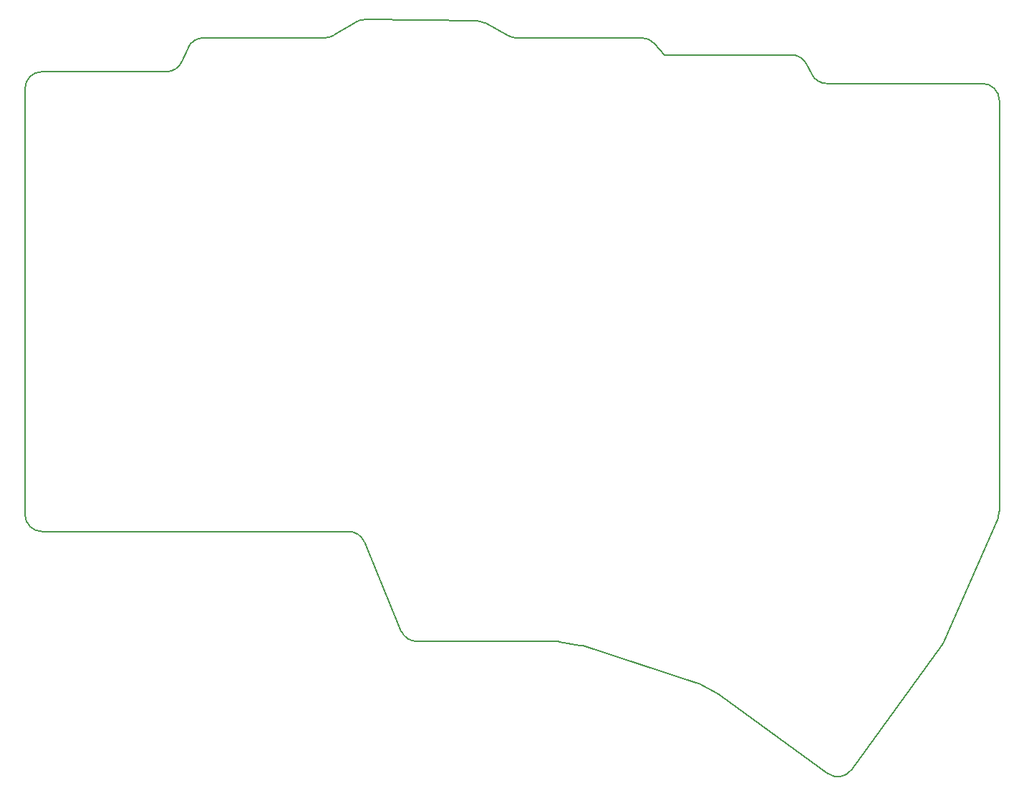
<source format=gbr>
%TF.GenerationSoftware,KiCad,Pcbnew,7.0.9*%
%TF.CreationDate,2023-11-22T09:36:00+00:00*%
%TF.ProjectId,vee_board_routed,7665655f-626f-4617-9264-5f726f757465,v1.0.0*%
%TF.SameCoordinates,Original*%
%TF.FileFunction,Profile,NP*%
%FSLAX46Y46*%
G04 Gerber Fmt 4.6, Leading zero omitted, Abs format (unit mm)*
G04 Created by KiCad (PCBNEW 7.0.9) date 2023-11-22 09:36:00*
%MOMM*%
%LPD*%
G01*
G04 APERTURE LIST*
%TA.AperFunction,Profile*%
%ADD10C,0.150000*%
%TD*%
G04 APERTURE END LIST*
D10*
X245815863Y-109732071D02*
X247020000Y-111070000D01*
X192513171Y-109069974D02*
G75*
G03*
X190689328Y-110249271I29J-2000026D01*
G01*
X189950672Y-111890729D02*
X190689328Y-110249271D01*
X279824579Y-180942579D02*
X269137544Y-195652020D01*
X250757242Y-185344234D02*
X237359373Y-180991003D01*
X263783431Y-112134215D02*
G75*
G03*
X262015837Y-111070000I-1767631J-935885D01*
G01*
X206863835Y-109069995D02*
G75*
G03*
X207896323Y-108782883I65J1999795D01*
G01*
X263783413Y-112134225D02*
X264456587Y-113405775D01*
X266343940Y-196094484D02*
X253519622Y-186777071D01*
X251063333Y-185472648D02*
G75*
G03*
X250757242Y-185344236I-924533J-1774752D01*
G01*
X266224163Y-114470000D02*
X284620000Y-114470000D01*
X225862038Y-107315577D02*
X228566966Y-108818315D01*
X225862048Y-107315559D02*
G75*
G03*
X224914362Y-107064032I-971148J-1747941D01*
G01*
X173420000Y-167470000D02*
X209685087Y-167470000D01*
X211532092Y-168702782D02*
G75*
G03*
X209685087Y-167469999I-1846992J-767218D01*
G01*
X228566953Y-108818338D02*
G75*
G03*
X229538252Y-109070000I971347J1748738D01*
G01*
X279824579Y-180942579D02*
G75*
G03*
X280039951Y-180566146I-1618579J1175879D01*
G01*
X253268174Y-186621409D02*
X251063331Y-185472652D01*
X245815852Y-109732080D02*
G75*
G03*
X244329274Y-109070000I-1486552J-1337820D01*
G01*
X215907908Y-179237218D02*
G75*
G03*
X217754913Y-180470001I1846992J767218D01*
G01*
X234251287Y-180470000D02*
X217754913Y-180470000D01*
X286453406Y-165852204D02*
X280039951Y-180566146D01*
X171420000Y-165470000D02*
G75*
G03*
X173420000Y-167470000I2000000J0D01*
G01*
X207896323Y-108782883D02*
X210532767Y-107193693D01*
X211588864Y-106906721D02*
G75*
G03*
X210532767Y-107193695I-23664J-1999679D01*
G01*
X286620000Y-116470000D02*
G75*
G03*
X284620000Y-114470000I-2000000J0D01*
G01*
X264456569Y-113405785D02*
G75*
G03*
X266224163Y-114470000I1767631J935885D01*
G01*
X237076381Y-180921379D02*
X234586329Y-180498263D01*
X266343938Y-196094486D02*
G75*
G03*
X269137543Y-195652021I1175562J1618086D01*
G01*
X286453396Y-165852200D02*
G75*
G03*
X286620000Y-165053066I-1833096J799100D01*
G01*
X286620000Y-116470000D02*
X286620000Y-165053066D01*
X237359373Y-180991002D02*
G75*
G03*
X237076381Y-180921379I-618173J-1902698D01*
G01*
X229538252Y-109070000D02*
X244329275Y-109070000D01*
X188126829Y-113070026D02*
G75*
G03*
X189950672Y-111890729I-29J2000026D01*
G01*
X173420000Y-113070000D02*
X188126829Y-113070000D01*
X211588864Y-106906716D02*
X224914361Y-107064031D01*
X173420000Y-113070000D02*
G75*
G03*
X171420000Y-115070000I0J-2000000D01*
G01*
X253519617Y-186777078D02*
G75*
G03*
X253268175Y-186621409I-1175817J-1618322D01*
G01*
X171420000Y-165470000D02*
X171420000Y-115070000D01*
X192513171Y-109070000D02*
X206863835Y-109070000D01*
X234586329Y-180498262D02*
G75*
G03*
X234251287Y-180470000I-335029J-1971638D01*
G01*
X215907919Y-179237213D02*
X211532081Y-168702787D01*
X247020000Y-111070000D02*
X262015837Y-111070000D01*
M02*

</source>
